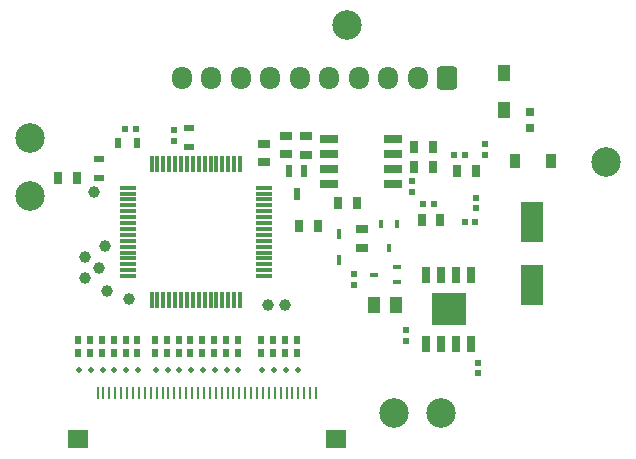
<source format=gbr>
%TF.GenerationSoftware,KiCad,Pcbnew,(6.0.6)*%
%TF.CreationDate,2023-05-08T04:54:07+09:00*%
%TF.ProjectId,128KB_64pin_Touch_R_halfduplex_x2,3132384b-425f-4363-9470-696e5f546f75,rev?*%
%TF.SameCoordinates,Original*%
%TF.FileFunction,Soldermask,Bot*%
%TF.FilePolarity,Negative*%
%FSLAX46Y46*%
G04 Gerber Fmt 4.6, Leading zero omitted, Abs format (unit mm)*
G04 Created by KiCad (PCBNEW (6.0.6)) date 2023-05-08 04:54:07*
%MOMM*%
%LPD*%
G01*
G04 APERTURE LIST*
G04 Aperture macros list*
%AMRoundRect*
0 Rectangle with rounded corners*
0 $1 Rounding radius*
0 $2 $3 $4 $5 $6 $7 $8 $9 X,Y pos of 4 corners*
0 Add a 4 corners polygon primitive as box body*
4,1,4,$2,$3,$4,$5,$6,$7,$8,$9,$2,$3,0*
0 Add four circle primitives for the rounded corners*
1,1,$1+$1,$2,$3*
1,1,$1+$1,$4,$5*
1,1,$1+$1,$6,$7*
1,1,$1+$1,$8,$9*
0 Add four rect primitives between the rounded corners*
20,1,$1+$1,$2,$3,$4,$5,0*
20,1,$1+$1,$4,$5,$6,$7,0*
20,1,$1+$1,$6,$7,$8,$9,0*
20,1,$1+$1,$8,$9,$2,$3,0*%
G04 Aperture macros list end*
%ADD10C,0.500000*%
%ADD11R,0.600000X0.750000*%
%ADD12C,1.000000*%
%ADD13R,0.620000X0.600000*%
%ADD14R,0.850000X1.200000*%
%ADD15R,0.800000X1.000000*%
%ADD16R,0.500000X1.000000*%
%ADD17C,2.500000*%
%ADD18R,0.600000X0.620000*%
%ADD19R,1.475000X0.300000*%
%ADD20R,0.300000X1.475000*%
%ADD21R,1.140000X1.340000*%
%ADD22R,1.000000X0.800000*%
%ADD23R,1.528000X0.650000*%
%ADD24R,0.420000X0.870000*%
%ADD25R,0.700000X0.450000*%
%ADD26R,1.000000X1.400000*%
%ADD27R,0.700000X0.650000*%
%ADD28R,0.250000X1.100000*%
%ADD29R,1.700000X1.500000*%
%ADD30R,0.450000X0.700000*%
%ADD31R,0.940000X0.540000*%
%ADD32R,0.650000X1.425000*%
%ADD33R,2.950000X2.750000*%
%ADD34R,0.540000X0.940000*%
%ADD35R,1.850000X3.500000*%
%ADD36RoundRect,0.250000X0.600000X0.725000X-0.600000X0.725000X-0.600000X-0.725000X0.600000X-0.725000X0*%
%ADD37O,1.700000X1.950000*%
G04 APERTURE END LIST*
D10*
%TO.C,TP86*%
X135820000Y-116720000D03*
%TD*%
D11*
%TO.C,R46*%
X136765000Y-114220000D03*
X136765000Y-115320000D03*
%TD*%
D12*
%TO.C,TP61*%
X128060000Y-108090000D03*
%TD*%
D13*
%TO.C,C13*%
X154519994Y-100800000D03*
X154519994Y-101720000D03*
%TD*%
D10*
%TO.C,TP88*%
X137820000Y-116720000D03*
%TD*%
D14*
%TO.C,Z1*%
X166309994Y-99105000D03*
X163259994Y-99105000D03*
%TD*%
D15*
%TO.C,R20*%
X144960000Y-104580000D03*
X146560000Y-104580000D03*
%TD*%
D12*
%TO.C,TP47*%
X143750000Y-111220000D03*
%TD*%
D16*
%TO.C,Q3*%
X144115000Y-99925000D03*
X145415000Y-99925000D03*
X144765000Y-101825000D03*
%TD*%
D17*
%TO.C,TP57*%
X122170000Y-97120000D03*
%TD*%
D11*
%TO.C,R45*%
X135765000Y-114220000D03*
X135765000Y-115320000D03*
%TD*%
%TO.C,R40*%
X130265000Y-114220000D03*
X130265000Y-115320000D03*
%TD*%
D13*
%TO.C,C15*%
X149630000Y-108660000D03*
X149630000Y-109580000D03*
%TD*%
D18*
%TO.C,C9*%
X158110000Y-98530000D03*
X159030000Y-98530000D03*
%TD*%
D19*
%TO.C,IC4*%
X141953000Y-101320000D03*
X141953000Y-101820000D03*
X141953000Y-102320000D03*
X141953000Y-102820000D03*
X141953000Y-103320000D03*
X141953000Y-103820000D03*
X141953000Y-104320000D03*
X141953000Y-104820000D03*
X141953000Y-105320000D03*
X141953000Y-105820000D03*
X141953000Y-106320000D03*
X141953000Y-106820000D03*
X141953000Y-107320000D03*
X141953000Y-107820000D03*
X141953000Y-108320000D03*
X141953000Y-108820000D03*
D20*
X139965000Y-110808000D03*
X139465000Y-110808000D03*
X138965000Y-110808000D03*
X138465000Y-110808000D03*
X137965000Y-110808000D03*
X137465000Y-110808000D03*
X136965000Y-110808000D03*
X136465000Y-110808000D03*
X135965000Y-110808000D03*
X135465000Y-110808000D03*
X134965000Y-110808000D03*
X134465000Y-110808000D03*
X133965000Y-110808000D03*
X133465000Y-110808000D03*
X132965000Y-110808000D03*
X132465000Y-110808000D03*
D19*
X130477000Y-108820000D03*
X130477000Y-108320000D03*
X130477000Y-107820000D03*
X130477000Y-107320000D03*
X130477000Y-106820000D03*
X130477000Y-106320000D03*
X130477000Y-105820000D03*
X130477000Y-105320000D03*
X130477000Y-104820000D03*
X130477000Y-104320000D03*
X130477000Y-103820000D03*
X130477000Y-103320000D03*
X130477000Y-102820000D03*
X130477000Y-102320000D03*
X130477000Y-101820000D03*
X130477000Y-101320000D03*
D20*
X132465000Y-99332000D03*
X132965000Y-99332000D03*
X133465000Y-99332000D03*
X133965000Y-99332000D03*
X134465000Y-99332000D03*
X134965000Y-99332000D03*
X135465000Y-99332000D03*
X135965000Y-99332000D03*
X136465000Y-99332000D03*
X136965000Y-99332000D03*
X137465000Y-99332000D03*
X137965000Y-99332000D03*
X138465000Y-99332000D03*
X138965000Y-99332000D03*
X139465000Y-99332000D03*
X139965000Y-99332000D03*
%TD*%
D21*
%TO.C,D3*%
X162289994Y-94730000D03*
X162289994Y-91630000D03*
%TD*%
D22*
%TO.C,R23*%
X142030000Y-99190000D03*
X142030000Y-97590000D03*
%TD*%
D11*
%TO.C,R47*%
X137765000Y-114220000D03*
X137765000Y-115320000D03*
%TD*%
D15*
%TO.C,R16*%
X126120000Y-100540000D03*
X124520000Y-100540000D03*
%TD*%
D12*
%TO.C,TP66*%
X130550000Y-110760000D03*
%TD*%
%TO.C,TP60*%
X126850000Y-107180000D03*
%TD*%
D15*
%TO.C,R8*%
X156930000Y-104090000D03*
X155330000Y-104090000D03*
%TD*%
D13*
%TO.C,C16*%
X160080000Y-116130000D03*
X160080000Y-117050000D03*
%TD*%
D11*
%TO.C,R38*%
X128265000Y-114220000D03*
X128265000Y-115320000D03*
%TD*%
D10*
%TO.C,TP91*%
X141820000Y-116720000D03*
%TD*%
D15*
%TO.C,R17*%
X148250000Y-102660000D03*
X149850000Y-102660000D03*
%TD*%
D13*
%TO.C,C19*%
X134370000Y-97370000D03*
X134370000Y-96450000D03*
%TD*%
D10*
%TO.C,TP79*%
X128320000Y-116720000D03*
%TD*%
D23*
%TO.C,IC2*%
X147494004Y-100994996D03*
X147494004Y-99724996D03*
X147494004Y-98454996D03*
X147494004Y-97184996D03*
X152916004Y-97184996D03*
X152916004Y-98454996D03*
X152916004Y-99724996D03*
X152916004Y-100994996D03*
%TD*%
D11*
%TO.C,R43*%
X133765000Y-114220000D03*
X133765000Y-115320000D03*
%TD*%
D10*
%TO.C,TP94*%
X143830000Y-116720000D03*
%TD*%
D12*
%TO.C,TP63*%
X126860000Y-108980000D03*
%TD*%
D17*
%TO.C,TP15*%
X170960000Y-99120000D03*
%TD*%
D10*
%TO.C,TP78*%
X127320000Y-116720000D03*
%TD*%
%TO.C,TP82*%
X131320000Y-116720000D03*
%TD*%
D11*
%TO.C,R44*%
X134765000Y-114220000D03*
X134765000Y-115320000D03*
%TD*%
D24*
%TO.C,Z6*%
X148300000Y-107490000D03*
X148300000Y-105240000D03*
%TD*%
D25*
%TO.C,Q1*%
X153280000Y-108030000D03*
X153280000Y-109330000D03*
X151280000Y-108680000D03*
%TD*%
D26*
%TO.C,R14*%
X153170000Y-111290000D03*
X151270000Y-111290000D03*
%TD*%
D10*
%TO.C,TP81*%
X130320000Y-116720000D03*
%TD*%
D18*
%TO.C,C10*%
X156390000Y-102720000D03*
X155470000Y-102720000D03*
%TD*%
D27*
%TO.C,FB1*%
X164474994Y-94915000D03*
X164474994Y-96265000D03*
%TD*%
D10*
%TO.C,TP90*%
X139820000Y-116720000D03*
%TD*%
D28*
%TO.C,J2*%
X146399994Y-118720000D03*
X145899994Y-118720000D03*
X145399994Y-118720000D03*
X144899994Y-118720000D03*
X144399994Y-118720000D03*
X143899994Y-118720000D03*
X143399994Y-118720000D03*
X142899994Y-118720000D03*
X142399994Y-118720000D03*
X141899994Y-118720000D03*
X141399994Y-118720000D03*
X140899994Y-118720000D03*
X140399994Y-118720000D03*
X139899994Y-118720000D03*
X139399994Y-118720000D03*
X138899994Y-118720000D03*
X138399994Y-118720000D03*
X137899994Y-118720000D03*
X137399994Y-118720000D03*
X136899994Y-118720000D03*
X136399994Y-118720000D03*
X135899994Y-118720000D03*
X135399994Y-118720000D03*
X134899994Y-118720000D03*
X134399994Y-118720000D03*
X133899994Y-118720000D03*
X133399994Y-118720000D03*
X132899994Y-118720000D03*
X132399994Y-118720000D03*
X131899994Y-118720000D03*
X131399994Y-118720000D03*
X130899994Y-118720000D03*
X130399994Y-118720000D03*
X129899994Y-118720000D03*
X129399994Y-118720000D03*
X128899994Y-118720000D03*
X128399994Y-118720000D03*
X127899994Y-118720000D03*
D29*
X148049994Y-122620000D03*
X126249994Y-122620000D03*
%TD*%
D11*
%TO.C,R36*%
X126265000Y-114220000D03*
X126265000Y-115320000D03*
%TD*%
D10*
%TO.C,TP93*%
X144830000Y-116720000D03*
%TD*%
D12*
%TO.C,TP65*%
X128680000Y-110070000D03*
%TD*%
D17*
%TO.C,TP41*%
X156980000Y-120380000D03*
%TD*%
D30*
%TO.C,Q2*%
X151930000Y-104410000D03*
X153230000Y-104410000D03*
X152580000Y-106410000D03*
%TD*%
D11*
%TO.C,R53*%
X144775000Y-114220000D03*
X144775000Y-115320000D03*
%TD*%
D31*
%TO.C,C17*%
X128060000Y-98900000D03*
X128060000Y-100500000D03*
%TD*%
D11*
%TO.C,R39*%
X129265000Y-114220000D03*
X129265000Y-115320000D03*
%TD*%
D12*
%TO.C,TP46*%
X142330000Y-111250000D03*
%TD*%
D32*
%TO.C,IC1*%
X155715000Y-108708000D03*
X156985000Y-108708000D03*
X158255000Y-108708000D03*
X159525000Y-108708000D03*
X159525000Y-114532000D03*
X158255000Y-114532000D03*
X156985000Y-114532000D03*
X155715000Y-114532000D03*
D33*
X157620000Y-111620000D03*
%TD*%
D11*
%TO.C,R49*%
X139765000Y-114220000D03*
X139765000Y-115320000D03*
%TD*%
%TO.C,R50*%
X141765000Y-114220000D03*
X141765000Y-115320000D03*
%TD*%
D22*
%TO.C,R18*%
X145550000Y-98590000D03*
X145550000Y-96990000D03*
%TD*%
D10*
%TO.C,TP83*%
X132820000Y-116720000D03*
%TD*%
D11*
%TO.C,R48*%
X138765000Y-114220000D03*
X138765000Y-115320000D03*
%TD*%
D10*
%TO.C,TP84*%
X133820000Y-116720000D03*
%TD*%
D13*
%TO.C,C12*%
X159920000Y-103080000D03*
X159920000Y-102160000D03*
%TD*%
%TO.C,C18*%
X153970000Y-114320000D03*
X153970000Y-113400000D03*
%TD*%
%TO.C,C7*%
X160730000Y-98520000D03*
X160730000Y-97600000D03*
%TD*%
D10*
%TO.C,TP85*%
X134820000Y-116720000D03*
%TD*%
D11*
%TO.C,R51*%
X142765000Y-114220000D03*
X142765000Y-115320000D03*
%TD*%
D34*
%TO.C,C24*%
X131260000Y-97560000D03*
X129660000Y-97560000D03*
%TD*%
D10*
%TO.C,TP77*%
X126320000Y-116720000D03*
%TD*%
D15*
%TO.C,R7*%
X158360000Y-99910000D03*
X159960000Y-99910000D03*
%TD*%
D17*
%TO.C,TP13*%
X149040000Y-87590000D03*
%TD*%
D35*
%TO.C,C3*%
X164689994Y-104250000D03*
X164689994Y-109550000D03*
%TD*%
D18*
%TO.C,C11*%
X159890000Y-104210000D03*
X158970000Y-104210000D03*
%TD*%
D12*
%TO.C,TP56*%
X128520000Y-106260000D03*
%TD*%
D10*
%TO.C,TP92*%
X142820000Y-116720000D03*
%TD*%
D22*
%TO.C,R24*%
X143890000Y-98510000D03*
X143890000Y-96910000D03*
%TD*%
D10*
%TO.C,TP87*%
X136820000Y-116720000D03*
%TD*%
%TO.C,TP89*%
X138830000Y-116720000D03*
%TD*%
D12*
%TO.C,TP64*%
X127620000Y-101730000D03*
%TD*%
D15*
%TO.C,R11*%
X156260000Y-99600000D03*
X154660000Y-99600000D03*
%TD*%
D10*
%TO.C,TP80*%
X129320000Y-116720000D03*
%TD*%
D17*
%TO.C,TP5*%
X153000000Y-120430000D03*
%TD*%
D11*
%TO.C,R41*%
X131265000Y-114220000D03*
X131265000Y-115320000D03*
%TD*%
D31*
%TO.C,C21*%
X135630000Y-97870000D03*
X135630000Y-96270000D03*
%TD*%
D11*
%TO.C,R37*%
X127265000Y-114220000D03*
X127265000Y-115320000D03*
%TD*%
D36*
%TO.C,J1*%
X157514994Y-92000000D03*
D37*
X155014994Y-92000000D03*
X152514994Y-92000000D03*
X150014994Y-92000000D03*
X147514994Y-92000000D03*
X145014994Y-92000000D03*
X142514994Y-92000000D03*
X140014994Y-92000000D03*
X137514994Y-92000000D03*
X135014994Y-92000000D03*
%TD*%
D11*
%TO.C,R52*%
X143765000Y-114220000D03*
X143765000Y-115320000D03*
%TD*%
D17*
%TO.C,TP67*%
X122200000Y-102070000D03*
%TD*%
D22*
%TO.C,R15*%
X150270000Y-104860000D03*
X150270000Y-106460000D03*
%TD*%
D15*
%TO.C,R10*%
X156270000Y-97920000D03*
X154670000Y-97920000D03*
%TD*%
D18*
%TO.C,C22*%
X131110000Y-96370000D03*
X130190000Y-96370000D03*
%TD*%
D11*
%TO.C,R42*%
X132765000Y-114220000D03*
X132765000Y-115320000D03*
%TD*%
M02*

</source>
